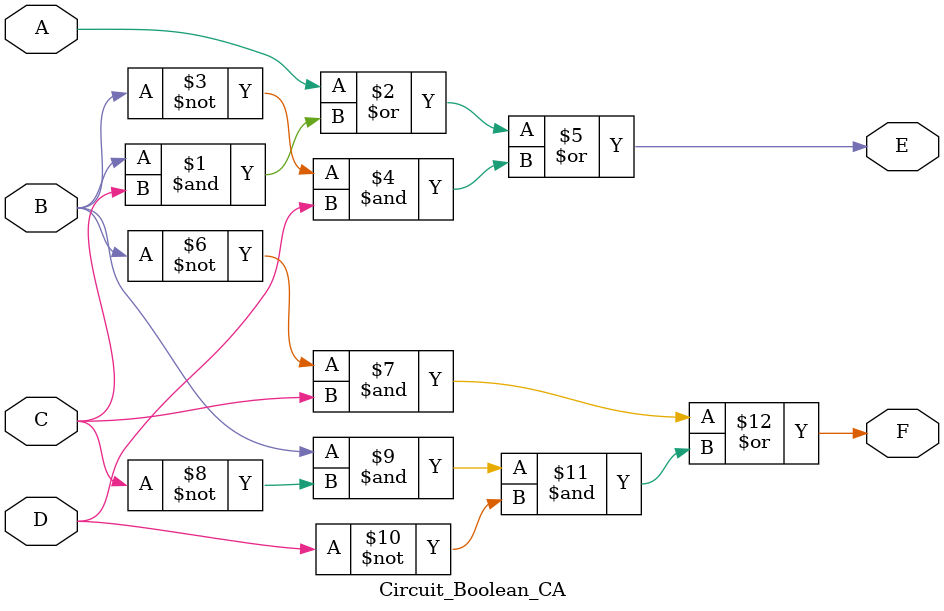
<source format=v>
module Circuit_Boolean_CA(E, F, A, B, C, D);
  output	E, F;
  input		A, B, C, D;

  assign E = A | (B & C) | (~B & D);
  assign F = (~B & C) | (B & ~C & ~D);
endmodule

</source>
